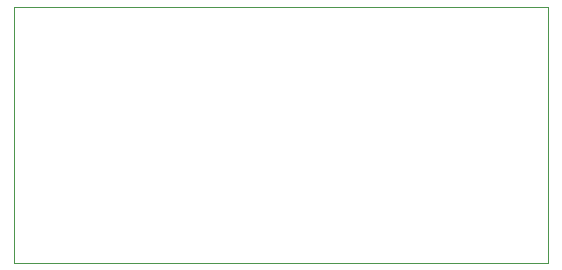
<source format=gm1>
G04 #@! TF.FileFunction,Profile,NP*
%FSLAX46Y46*%
G04 Gerber Fmt 4.6, Leading zero omitted, Abs format (unit mm)*
G04 Created by KiCad (PCBNEW 4.0.4-stable) date 07/31/17 21:50:18*
%MOMM*%
%LPD*%
G01*
G04 APERTURE LIST*
%ADD10C,0.150000*%
%ADD11C,0.100000*%
G04 APERTURE END LIST*
D10*
D11*
X265900000Y-125500000D02*
X265900000Y-147200000D01*
X311100000Y-147200000D02*
X265900000Y-147200000D01*
X311100000Y-125500000D02*
X311100000Y-147200000D01*
X265900000Y-125500000D02*
X311100000Y-125500000D01*
M02*

</source>
